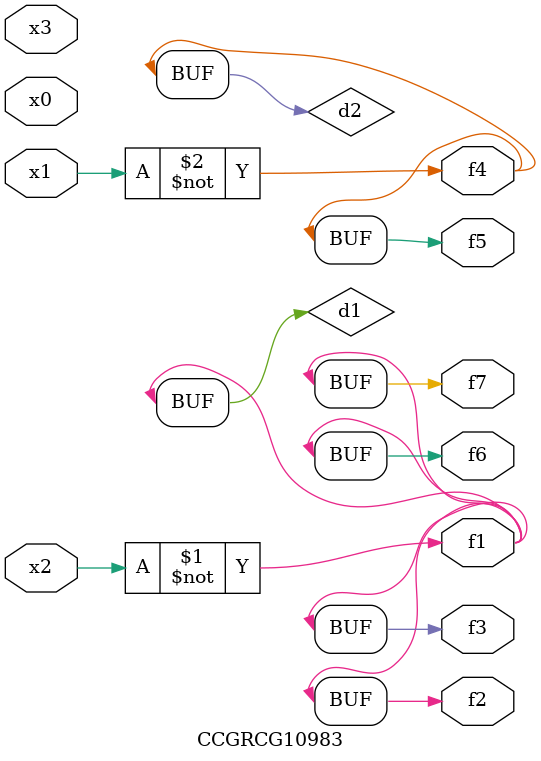
<source format=v>
module CCGRCG10983(
	input x0, x1, x2, x3,
	output f1, f2, f3, f4, f5, f6, f7
);

	wire d1, d2;

	xnor (d1, x2);
	not (d2, x1);
	assign f1 = d1;
	assign f2 = d1;
	assign f3 = d1;
	assign f4 = d2;
	assign f5 = d2;
	assign f6 = d1;
	assign f7 = d1;
endmodule

</source>
